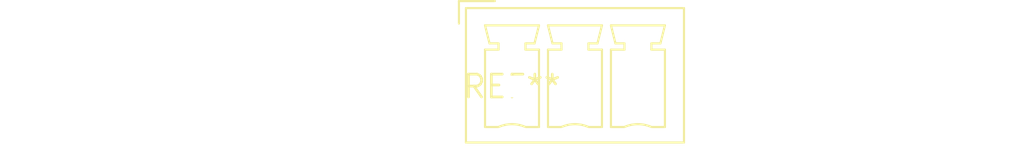
<source format=kicad_pcb>
(kicad_pcb (version 20240108) (generator pcbnew)
  (layers (0 "F.Cu" signal) (31 "B.Cu" signal) (34 "B.Paste" user) (35 "F.Paste" user) (36 "B.SilkS" user "B.Silkscreen") (37 "F.SilkS" user "F.Silkscreen") (38 "B.Mask" user) (39 "F.Mask" user) (44 "Edge.Cuts" user))
  (net 0 "")
  (footprint "PhoenixContact_MCV_1,5_3-G-3.5_1x03_P3.50mm_Vertical" (layer "F.Cu") (at 0 0)
    (property "Reference" "REF**")
    (property "Value" "PhoenixContact_MCV_1,5_3-G-3.5_1x03_P3.50mm_Vertical")
    (fp_line (start -2.95 -4.75) (end -0.95 -4.75) (layer "F.SilkS") (stroke (width 0.12)))
    (fp_line (start -2.95 -3.5) (end -2.95 -4.75) (layer "F.SilkS") (stroke (width 0.12)))
    (fp_line (start -2.56 -4.36) (end -2.56 3.11) (layer "F.SilkS") (stroke (width 0.12)))
    (fp_line (start -2.56 3.11) (end 9.56 3.11) (layer "F.SilkS") (stroke (width 0.12)))
    (fp_line (start -1.5 -3.4) (end 1.5 -3.4) (layer "F.SilkS") (stroke (width 0.12)))
    (fp_line (start -1.5 -2.05) (end -0.75 -2.05) (layer "F.SilkS") (stroke (width 0.12)))
    (fp_line (start -1.5 2.25) (end -1.5 -2.05) (layer "F.SilkS") (stroke (width 0.12)))
    (fp_line (start -1.25 -2.4) (end -1.5 -3.4) (layer "F.SilkS") (stroke (width 0.12)))
    (fp_line (start -0.75 -2.4) (end -1.25 -2.4) (layer "F.SilkS") (stroke (width 0.12)))
    (fp_line (start -0.75 -2.05) (end -0.75 -2.4) (layer "F.SilkS") (stroke (width 0.12)))
    (fp_line (start -0.75 2.25) (end -1.5 2.25) (layer "F.SilkS") (stroke (width 0.12)))
    (fp_line (start 0.75 -2.4) (end 0.75 -2.05) (layer "F.SilkS") (stroke (width 0.12)))
    (fp_line (start 0.75 -2.05) (end 1.5 -2.05) (layer "F.SilkS") (stroke (width 0.12)))
    (fp_line (start 1.25 -2.4) (end 0.75 -2.4) (layer "F.SilkS") (stroke (width 0.12)))
    (fp_line (start 1.5 -3.4) (end 1.25 -2.4) (layer "F.SilkS") (stroke (width 0.12)))
    (fp_line (start 1.5 -2.05) (end 1.5 2.25) (layer "F.SilkS") (stroke (width 0.12)))
    (fp_line (start 1.5 2.25) (end 0.75 2.25) (layer "F.SilkS") (stroke (width 0.12)))
    (fp_line (start 2 -3.4) (end 5 -3.4) (layer "F.SilkS") (stroke (width 0.12)))
    (fp_line (start 2 -2.05) (end 2.75 -2.05) (layer "F.SilkS") (stroke (width 0.12)))
    (fp_line (start 2 2.25) (end 2 -2.05) (layer "F.SilkS") (stroke (width 0.12)))
    (fp_line (start 2.25 -2.4) (end 2 -3.4) (layer "F.SilkS") (stroke (width 0.12)))
    (fp_line (start 2.75 -2.4) (end 2.25 -2.4) (layer "F.SilkS") (stroke (width 0.12)))
    (fp_line (start 2.75 -2.05) (end 2.75 -2.4) (layer "F.SilkS") (stroke (width 0.12)))
    (fp_line (start 2.75 2.25) (end 2 2.25) (layer "F.SilkS") (stroke (width 0.12)))
    (fp_line (start 4.25 -2.4) (end 4.25 -2.05) (layer "F.SilkS") (stroke (width 0.12)))
    (fp_line (start 4.25 -2.05) (end 5 -2.05) (layer "F.SilkS") (stroke (width 0.12)))
    (fp_line (start 4.75 -2.4) (end 4.25 -2.4) (layer "F.SilkS") (stroke (width 0.12)))
    (fp_line (start 5 -3.4) (end 4.75 -2.4) (layer "F.SilkS") (stroke (width 0.12)))
    (fp_line (start 5 -2.05) (end 5 2.25) (layer "F.SilkS") (stroke (width 0.12)))
    (fp_line (start 5 2.25) (end 4.25 2.25) (layer "F.SilkS") (stroke (width 0.12)))
    (fp_line (start 5.5 -3.4) (end 8.5 -3.4) (layer "F.SilkS") (stroke (width 0.12)))
    (fp_line (start 5.5 -2.05) (end 6.25 -2.05) (layer "F.SilkS") (stroke (width 0.12)))
    (fp_line (start 5.5 2.25) (end 5.5 -2.05) (layer "F.SilkS") (stroke (width 0.12)))
    (fp_line (start 5.75 -2.4) (end 5.5 -3.4) (layer "F.SilkS") (stroke (width 0.12)))
    (fp_line (start 6.25 -2.4) (end 5.75 -2.4) (layer "F.SilkS") (stroke (width 0.12)))
    (fp_line (start 6.25 -2.05) (end 6.25 -2.4) (layer "F.SilkS") (stroke (width 0.12)))
    (fp_line (start 6.25 2.25) (end 5.5 2.25) (layer "F.SilkS") (stroke (width 0.12)))
    (fp_line (start 7.75 -2.4) (end 7.75 -2.05) (layer "F.SilkS") (stroke (width 0.12)))
    (fp_line (start 7.75 -2.05) (end 8.5 -2.05) (layer "F.SilkS") (stroke (width 0.12)))
    (fp_line (start 8.25 -2.4) (end 7.75 -2.4) (layer "F.SilkS") (stroke (width 0.12)))
    (fp_line (start 8.5 -3.4) (end 8.25 -2.4) (layer "F.SilkS") (stroke (width 0.12)))
    (fp_line (start 8.5 -2.05) (end 8.5 2.25) (layer "F.SilkS") (stroke (width 0.12)))
    (fp_line (start 8.5 2.25) (end 7.75 2.25) (layer "F.SilkS") (stroke (width 0.12)))
    (fp_line (start 9.56 -4.36) (end -2.56 -4.36) (layer "F.SilkS") (stroke (width 0.12)))
    (fp_line (start 9.56 3.11) (end 9.56 -4.36) (layer "F.SilkS") (stroke (width 0.12)))
    (fp_arc (start -0.75 2.25) (mid -0.000193 2.09191) (end 0.749647 2.249844) (layer "F.SilkS") (stroke (width 0.12)))
    (fp_arc (start 2.75 2.25) (mid 3.499807 2.09191) (end 4.249647 2.249844) (layer "F.SilkS") (stroke (width 0.12)))
    (fp_arc (start 6.25 2.25) (mid 6.999807 2.09191) (end 7.749647 2.249844) (layer "F.SilkS") (stroke (width 0.12)))
    (pad "1" thru_hole roundrect (at 0 0) (size 1.8 3.6) (drill 1.2) (layers *.Cu *.Mask) (remove_unused_layers) (roundrect_rratio 0.138889))
    (pad "2" thru_hole oval (at 3.5 0) (size 1.8 3.6) (drill 1.2) (layers *.Cu *.Mask) (remove_unused_layers))
    (pad "3" thru_hole oval (at 7 0) (size 1.8 3.6) (drill 1.2) (layers *.Cu *.Mask) (remove_unused_layers))
  )
)
</source>
